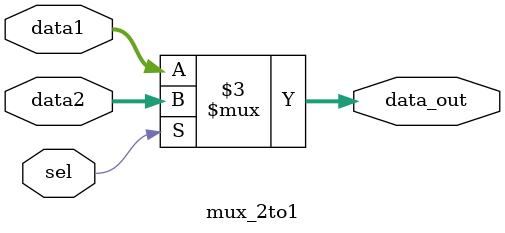
<source format=sv>
module mux_2to1 #(parameter N=4)
		(input [N-1:0] data1, data2,
		 input sel,
		 output logic[N-1:0] data_out);


always_comb
	if(sel)
		data_out = data2;
	else
		data_out = data1;

endmodule

</source>
